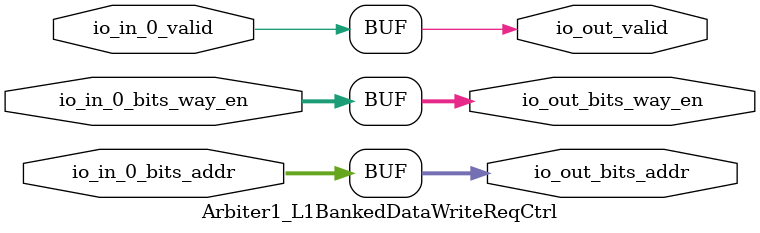
<source format=sv>
`ifndef RANDOMIZE
  `ifdef RANDOMIZE_MEM_INIT
    `define RANDOMIZE
  `endif // RANDOMIZE_MEM_INIT
`endif // not def RANDOMIZE
`ifndef RANDOMIZE
  `ifdef RANDOMIZE_REG_INIT
    `define RANDOMIZE
  `endif // RANDOMIZE_REG_INIT
`endif // not def RANDOMIZE

`ifndef RANDOM
  `define RANDOM $random
`endif // not def RANDOM

// Users can define INIT_RANDOM as general code that gets injected into the
// initializer block for modules with registers.
`ifndef INIT_RANDOM
  `define INIT_RANDOM
`endif // not def INIT_RANDOM

// If using random initialization, you can also define RANDOMIZE_DELAY to
// customize the delay used, otherwise 0.002 is used.
`ifndef RANDOMIZE_DELAY
  `define RANDOMIZE_DELAY 0.002
`endif // not def RANDOMIZE_DELAY

// Define INIT_RANDOM_PROLOG_ for use in our modules below.
`ifndef INIT_RANDOM_PROLOG_
  `ifdef RANDOMIZE
    `ifdef VERILATOR
      `define INIT_RANDOM_PROLOG_ `INIT_RANDOM
    `else  // VERILATOR
      `define INIT_RANDOM_PROLOG_ `INIT_RANDOM #`RANDOMIZE_DELAY begin end
    `endif // VERILATOR
  `else  // RANDOMIZE
    `define INIT_RANDOM_PROLOG_
  `endif // RANDOMIZE
`endif // not def INIT_RANDOM_PROLOG_

// Include register initializers in init blocks unless synthesis is set
`ifndef SYNTHESIS
  `ifndef ENABLE_INITIAL_REG_
    `define ENABLE_INITIAL_REG_
  `endif // not def ENABLE_INITIAL_REG_
`endif // not def SYNTHESIS

// Include rmemory initializers in init blocks unless synthesis is set
`ifndef SYNTHESIS
  `ifndef ENABLE_INITIAL_MEM_
    `define ENABLE_INITIAL_MEM_
  `endif // not def ENABLE_INITIAL_MEM_
`endif // not def SYNTHESIS

module Arbiter1_L1BankedDataWriteReqCtrl(
  input         io_in_0_valid,
  input  [7:0]  io_in_0_bits_way_en,
  input  [35:0] io_in_0_bits_addr,
  output        io_out_valid,
  output [7:0]  io_out_bits_way_en,
  output [35:0] io_out_bits_addr
);

  assign io_out_valid = io_in_0_valid;
  assign io_out_bits_way_en = io_in_0_bits_way_en;
  assign io_out_bits_addr = io_in_0_bits_addr;
endmodule


</source>
